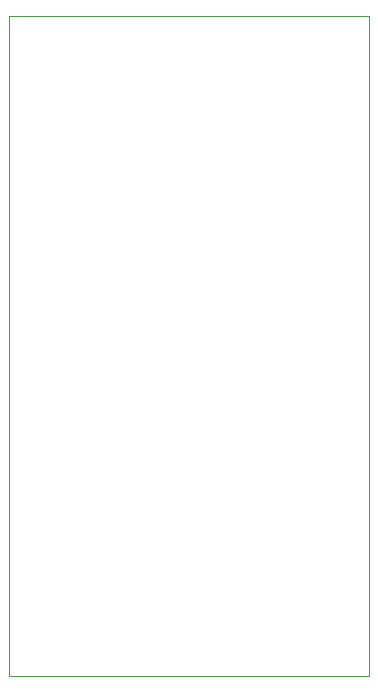
<source format=gbr>
G04 #@! TF.GenerationSoftware,KiCad,Pcbnew,(5.1.12-1-10_14)*
G04 #@! TF.CreationDate,2021-12-17T21:30:25-05:00*
G04 #@! TF.ProjectId,charlieplexboard,63686172-6c69-4657-906c-6578626f6172,rev?*
G04 #@! TF.SameCoordinates,Original*
G04 #@! TF.FileFunction,Profile,NP*
%FSLAX46Y46*%
G04 Gerber Fmt 4.6, Leading zero omitted, Abs format (unit mm)*
G04 Created by KiCad (PCBNEW (5.1.12-1-10_14)) date 2021-12-17 21:30:25*
%MOMM*%
%LPD*%
G01*
G04 APERTURE LIST*
G04 #@! TA.AperFunction,Profile*
%ADD10C,0.050000*%
G04 #@! TD*
G04 APERTURE END LIST*
D10*
X147120000Y-132500000D02*
X147120000Y-76620000D01*
X177600000Y-132500000D02*
X147120000Y-132500000D01*
X177600000Y-76620000D02*
X177600000Y-132500000D01*
X147120000Y-76620000D02*
X177600000Y-76620000D01*
M02*

</source>
